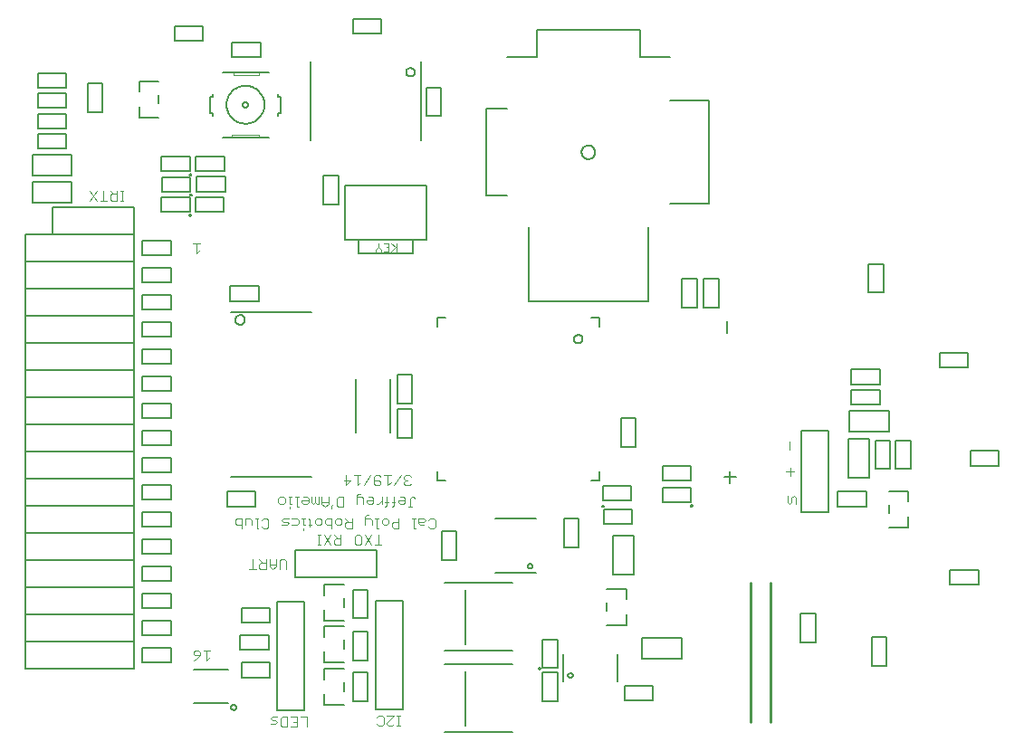
<source format=gto>
G75*
%MOIN*%
%OFA0B0*%
%FSLAX24Y24*%
%IPPOS*%
%LPD*%
%AMOC8*
5,1,8,0,0,1.08239X$1,22.5*
%
%ADD10C,0.0030*%
%ADD11C,0.0060*%
%ADD12C,0.0040*%
%ADD13C,0.0100*%
%ADD14C,0.0050*%
%ADD15C,0.0080*%
%ADD16C,0.0020*%
D10*
X007145Y004026D02*
X007268Y004088D01*
X007392Y004211D01*
X007207Y004211D01*
X007145Y004273D01*
X007145Y004335D01*
X007207Y004397D01*
X007330Y004397D01*
X007392Y004335D01*
X007392Y004211D01*
X007513Y004397D02*
X007760Y004397D01*
X007637Y004397D02*
X007637Y004026D01*
X007760Y004150D01*
X009983Y001885D02*
X010045Y001823D01*
X010168Y001823D01*
X010230Y001761D01*
X010168Y001700D01*
X009983Y001700D01*
X009983Y001885D02*
X010045Y001947D01*
X010230Y001947D01*
X010351Y001885D02*
X010351Y001638D01*
X010413Y001576D01*
X010598Y001576D01*
X010598Y001947D01*
X010413Y001947D01*
X010351Y001885D01*
X010720Y001947D02*
X010967Y001947D01*
X010967Y001576D01*
X010720Y001576D01*
X010843Y001761D02*
X010967Y001761D01*
X011088Y001947D02*
X011335Y001947D01*
X011335Y001576D01*
X013899Y001676D02*
X013961Y001614D01*
X014084Y001614D01*
X014146Y001676D01*
X014146Y001922D01*
X014084Y001984D01*
X013961Y001984D01*
X013899Y001922D01*
X014268Y001984D02*
X014514Y001984D01*
X014268Y001737D01*
X014268Y001676D01*
X014329Y001614D01*
X014453Y001614D01*
X014514Y001676D01*
X014637Y001614D02*
X014760Y001614D01*
X014698Y001614D02*
X014698Y001984D01*
X014637Y001984D02*
X014760Y001984D01*
X010560Y007376D02*
X010560Y007685D01*
X010498Y007747D01*
X010375Y007747D01*
X010313Y007685D01*
X010313Y007376D01*
X010192Y007500D02*
X010192Y007747D01*
X010192Y007561D02*
X009945Y007561D01*
X009945Y007500D02*
X009945Y007747D01*
X009823Y007747D02*
X009823Y007376D01*
X009638Y007376D01*
X009576Y007438D01*
X009576Y007561D01*
X009638Y007623D01*
X009823Y007623D01*
X009700Y007623D02*
X009576Y007747D01*
X009332Y007747D02*
X009332Y007376D01*
X009455Y007376D02*
X009208Y007376D01*
X009945Y007500D02*
X010068Y007376D01*
X010192Y007500D01*
X009847Y008889D02*
X009909Y008951D01*
X009909Y009197D01*
X009847Y009259D01*
X009724Y009259D01*
X009662Y009197D01*
X009541Y009259D02*
X009417Y009259D01*
X009479Y009259D02*
X009479Y008889D01*
X009541Y008889D01*
X009662Y008951D02*
X009724Y008889D01*
X009847Y008889D01*
X009295Y009012D02*
X009295Y009197D01*
X009233Y009259D01*
X009048Y009259D01*
X009048Y009012D01*
X008927Y009012D02*
X008742Y009012D01*
X008680Y009074D01*
X008680Y009197D01*
X008742Y009259D01*
X008927Y009259D01*
X008927Y008889D01*
X010275Y009861D02*
X010337Y009800D01*
X010460Y009800D01*
X010522Y009861D01*
X010522Y009985D01*
X010460Y010047D01*
X010337Y010047D01*
X010275Y009985D01*
X010275Y009861D01*
X010644Y010047D02*
X010767Y010047D01*
X010706Y010047D02*
X010706Y009800D01*
X010767Y009800D01*
X010706Y009676D02*
X010706Y009615D01*
X010951Y009676D02*
X010951Y010047D01*
X010890Y010047D02*
X011013Y010047D01*
X011134Y009923D02*
X011381Y009923D01*
X011381Y009861D02*
X011320Y009800D01*
X011196Y009800D01*
X011134Y009861D01*
X011134Y009923D01*
X011196Y010047D02*
X011320Y010047D01*
X011381Y009985D01*
X011381Y009861D01*
X011503Y009861D02*
X011503Y010047D01*
X011626Y010047D02*
X011626Y009861D01*
X011564Y009800D01*
X011503Y009861D01*
X011626Y009861D02*
X011688Y009800D01*
X011750Y009800D01*
X011750Y010047D01*
X011871Y010047D02*
X011871Y009800D01*
X011995Y009676D01*
X012118Y009800D01*
X012118Y010047D01*
X012118Y009861D02*
X011871Y009861D01*
X012240Y009738D02*
X012302Y009800D01*
X012240Y009738D02*
X012240Y009615D01*
X012424Y009738D02*
X012424Y009985D01*
X012485Y010047D01*
X012670Y010047D01*
X012670Y009676D01*
X012485Y009676D01*
X012424Y009738D01*
X012425Y009259D02*
X012363Y009197D01*
X012363Y009074D01*
X012425Y009012D01*
X012548Y009012D01*
X012610Y009074D01*
X012610Y009197D01*
X012548Y009259D01*
X012425Y009259D01*
X012242Y009259D02*
X012242Y008889D01*
X012242Y009012D02*
X012056Y009012D01*
X011995Y009074D01*
X011995Y009197D01*
X012056Y009259D01*
X012242Y009259D01*
X011873Y009197D02*
X011812Y009259D01*
X011688Y009259D01*
X011626Y009197D01*
X011626Y009074D01*
X011688Y009012D01*
X011812Y009012D01*
X011873Y009074D01*
X011873Y009197D01*
X011505Y009012D02*
X011382Y009012D01*
X011443Y008951D02*
X011443Y009197D01*
X011382Y009259D01*
X011259Y009259D02*
X011136Y009259D01*
X011198Y009259D02*
X011198Y009012D01*
X011259Y009012D01*
X011198Y008889D02*
X011198Y008827D01*
X010952Y009012D02*
X011014Y009074D01*
X011014Y009197D01*
X010952Y009259D01*
X010767Y009259D01*
X010646Y009259D02*
X010460Y009259D01*
X010399Y009197D01*
X010460Y009136D01*
X010584Y009136D01*
X010646Y009074D01*
X010584Y009012D01*
X010399Y009012D01*
X010767Y009012D02*
X010952Y009012D01*
X010951Y009676D02*
X011013Y009676D01*
X011712Y008647D02*
X011836Y008647D01*
X011774Y008647D02*
X011774Y008276D01*
X011836Y008276D02*
X011712Y008276D01*
X011957Y008276D02*
X012204Y008647D01*
X012326Y008647D02*
X012449Y008523D01*
X012387Y008523D02*
X012573Y008523D01*
X012573Y008647D02*
X012573Y008276D01*
X012387Y008276D01*
X012326Y008338D01*
X012326Y008461D01*
X012387Y008523D01*
X012204Y008276D02*
X011957Y008647D01*
X012731Y008951D02*
X012793Y008889D01*
X012978Y008889D01*
X012978Y009259D01*
X012978Y009136D02*
X012793Y009136D01*
X012731Y009074D01*
X012731Y008951D01*
X012855Y009136D02*
X012731Y009259D01*
X013468Y009259D02*
X013653Y009259D01*
X013715Y009197D01*
X013715Y009012D01*
X013899Y008889D02*
X013899Y009259D01*
X013960Y009259D02*
X013837Y009259D01*
X014082Y009197D02*
X014082Y009074D01*
X014144Y009012D01*
X014267Y009012D01*
X014329Y009074D01*
X014329Y009197D01*
X014267Y009259D01*
X014144Y009259D01*
X014082Y009197D01*
X013960Y008889D02*
X013899Y008889D01*
X013949Y008647D02*
X013949Y008276D01*
X013826Y008276D02*
X014073Y008276D01*
X013704Y008276D02*
X013457Y008647D01*
X013336Y008585D02*
X013274Y008647D01*
X013151Y008647D01*
X013089Y008585D01*
X013089Y008338D01*
X013151Y008276D01*
X013274Y008276D01*
X013336Y008338D01*
X013336Y008585D01*
X013457Y008276D02*
X013704Y008647D01*
X013468Y009012D02*
X013468Y009321D01*
X013530Y009383D01*
X013591Y009383D01*
X013590Y009800D02*
X013528Y009861D01*
X013528Y009923D01*
X013775Y009923D01*
X013775Y009861D02*
X013714Y009800D01*
X013590Y009800D01*
X013407Y009800D02*
X013407Y009985D01*
X013345Y010047D01*
X013160Y010047D01*
X013160Y010108D02*
X013222Y010170D01*
X013284Y010170D01*
X013160Y010108D02*
X013160Y009800D01*
X013590Y010047D02*
X013714Y010047D01*
X013775Y009985D01*
X013775Y009861D01*
X013897Y009800D02*
X013959Y009800D01*
X014082Y009923D01*
X014082Y009800D02*
X014082Y010047D01*
X014266Y010047D02*
X014266Y009738D01*
X014204Y009676D01*
X014204Y009861D02*
X014328Y009861D01*
X014450Y009861D02*
X014573Y009861D01*
X014695Y009861D02*
X014695Y009923D01*
X014942Y009923D01*
X014942Y009861D02*
X014880Y009800D01*
X014757Y009800D01*
X014695Y009861D01*
X014757Y010047D02*
X014880Y010047D01*
X014942Y009985D01*
X014942Y009861D01*
X015063Y009676D02*
X015187Y009676D01*
X015125Y009676D02*
X015125Y009985D01*
X015187Y010047D01*
X015248Y010047D01*
X015310Y009985D01*
X015086Y010476D02*
X014962Y010476D01*
X014901Y010538D01*
X014901Y010600D01*
X014962Y010661D01*
X014901Y010723D01*
X014901Y010785D01*
X014962Y010847D01*
X015086Y010847D01*
X015148Y010785D01*
X015024Y010661D02*
X014962Y010661D01*
X015148Y010538D02*
X015086Y010476D01*
X014779Y010847D02*
X014532Y010476D01*
X014411Y010600D02*
X014287Y010476D01*
X014287Y010847D01*
X014164Y010847D02*
X014411Y010847D01*
X014043Y010785D02*
X013981Y010847D01*
X013857Y010847D01*
X013796Y010785D01*
X013796Y010538D01*
X013857Y010476D01*
X013981Y010476D01*
X014043Y010538D01*
X014043Y010600D01*
X013981Y010661D01*
X013796Y010661D01*
X013674Y010847D02*
X013427Y010476D01*
X013306Y010600D02*
X013182Y010476D01*
X013182Y010847D01*
X013059Y010847D02*
X013306Y010847D01*
X012938Y010661D02*
X012752Y010476D01*
X012752Y010847D01*
X012691Y010661D02*
X012938Y010661D01*
X014512Y010047D02*
X014512Y009738D01*
X014450Y009676D01*
X014697Y009259D02*
X014697Y008889D01*
X014512Y008889D01*
X014450Y008951D01*
X014450Y009074D01*
X014512Y009136D01*
X014697Y009136D01*
X015187Y009259D02*
X015311Y009259D01*
X015249Y009259D02*
X015249Y008889D01*
X015311Y008889D01*
X015494Y009012D02*
X015432Y009074D01*
X015432Y009259D01*
X015617Y009259D01*
X015679Y009197D01*
X015617Y009136D01*
X015432Y009136D01*
X015494Y009012D02*
X015617Y009012D01*
X015801Y008951D02*
X015862Y008889D01*
X015986Y008889D01*
X016048Y008951D01*
X016048Y009197D01*
X015986Y009259D01*
X015862Y009259D01*
X015801Y009197D01*
X014635Y019106D02*
X014635Y019397D01*
X014635Y019300D02*
X014442Y019106D01*
X014340Y019106D02*
X014340Y019397D01*
X014147Y019397D01*
X014244Y019252D02*
X014340Y019252D01*
X014340Y019106D02*
X014147Y019106D01*
X014046Y019106D02*
X014046Y019155D01*
X013949Y019252D01*
X013949Y019397D01*
X013949Y019252D02*
X013852Y019155D01*
X013852Y019106D01*
X014442Y019397D02*
X014587Y019252D01*
X007385Y019150D02*
X007262Y019026D01*
X007262Y019397D01*
X007385Y019397D02*
X007138Y019397D01*
X004573Y020964D02*
X004449Y020964D01*
X004511Y020964D02*
X004511Y021334D01*
X004573Y021334D02*
X004449Y021334D01*
X004327Y021334D02*
X004327Y020964D01*
X004142Y020964D01*
X004080Y021026D01*
X004080Y021149D01*
X004142Y021211D01*
X004327Y021211D01*
X004204Y021211D02*
X004080Y021334D01*
X003835Y021334D02*
X003835Y020964D01*
X003712Y020964D02*
X003959Y020964D01*
X003590Y020964D02*
X003343Y021334D01*
X003590Y021334D02*
X003343Y020964D01*
D11*
X007763Y024199D02*
X007763Y024799D01*
X007863Y024799D01*
X007863Y024899D01*
X007863Y024199D02*
X007863Y024099D01*
X007863Y024199D02*
X007763Y024199D01*
X008213Y023299D02*
X008563Y023299D01*
X009563Y023299D01*
X009913Y023299D01*
X010263Y024099D02*
X010263Y024199D01*
X010363Y024199D01*
X010363Y024799D01*
X010263Y024799D01*
X010263Y024899D01*
X009913Y025699D02*
X009563Y025699D01*
X008613Y025699D01*
X008213Y025699D01*
X008963Y024499D02*
X008965Y024519D01*
X008971Y024537D01*
X008980Y024555D01*
X008992Y024570D01*
X009007Y024582D01*
X009025Y024591D01*
X009043Y024597D01*
X009063Y024599D01*
X009083Y024597D01*
X009101Y024591D01*
X009119Y024582D01*
X009134Y024570D01*
X009146Y024555D01*
X009155Y024537D01*
X009161Y024519D01*
X009163Y024499D01*
X009161Y024479D01*
X009155Y024461D01*
X009146Y024443D01*
X009134Y024428D01*
X009119Y024416D01*
X009101Y024407D01*
X009083Y024401D01*
X009063Y024399D01*
X009043Y024401D01*
X009025Y024407D01*
X009007Y024416D01*
X008992Y024428D01*
X008980Y024443D01*
X008971Y024461D01*
X008965Y024479D01*
X008963Y024499D01*
X008363Y024499D02*
X008365Y024551D01*
X008371Y024603D01*
X008381Y024655D01*
X008394Y024705D01*
X008411Y024755D01*
X008432Y024803D01*
X008457Y024849D01*
X008485Y024893D01*
X008516Y024935D01*
X008550Y024975D01*
X008587Y025012D01*
X008627Y025046D01*
X008669Y025077D01*
X008713Y025105D01*
X008759Y025130D01*
X008807Y025151D01*
X008857Y025168D01*
X008907Y025181D01*
X008959Y025191D01*
X009011Y025197D01*
X009063Y025199D01*
X009115Y025197D01*
X009167Y025191D01*
X009219Y025181D01*
X009269Y025168D01*
X009319Y025151D01*
X009367Y025130D01*
X009413Y025105D01*
X009457Y025077D01*
X009499Y025046D01*
X009539Y025012D01*
X009576Y024975D01*
X009610Y024935D01*
X009641Y024893D01*
X009669Y024849D01*
X009694Y024803D01*
X009715Y024755D01*
X009732Y024705D01*
X009745Y024655D01*
X009755Y024603D01*
X009761Y024551D01*
X009763Y024499D01*
X009761Y024447D01*
X009755Y024395D01*
X009745Y024343D01*
X009732Y024293D01*
X009715Y024243D01*
X009694Y024195D01*
X009669Y024149D01*
X009641Y024105D01*
X009610Y024063D01*
X009576Y024023D01*
X009539Y023986D01*
X009499Y023952D01*
X009457Y023921D01*
X009413Y023893D01*
X009367Y023868D01*
X009319Y023847D01*
X009269Y023830D01*
X009219Y023817D01*
X009167Y023807D01*
X009115Y023801D01*
X009063Y023799D01*
X009011Y023801D01*
X008959Y023807D01*
X008907Y023817D01*
X008857Y023830D01*
X008807Y023847D01*
X008759Y023868D01*
X008713Y023893D01*
X008669Y023921D01*
X008627Y023952D01*
X008587Y023986D01*
X008550Y024023D01*
X008516Y024063D01*
X008485Y024105D01*
X008457Y024149D01*
X008432Y024195D01*
X008411Y024243D01*
X008394Y024293D01*
X008381Y024343D01*
X008371Y024395D01*
X008365Y024447D01*
X008363Y024499D01*
X026800Y016531D02*
X026800Y016104D01*
X026899Y010988D02*
X026899Y010561D01*
X026685Y010774D02*
X027112Y010774D01*
D12*
X028970Y010974D02*
X029277Y010974D01*
X029123Y011128D02*
X029123Y010821D01*
X029023Y010091D02*
X029023Y009860D01*
X029100Y009784D01*
X029177Y009860D01*
X029177Y010014D01*
X029253Y010091D01*
X029330Y010014D01*
X029330Y009784D01*
X029100Y011784D02*
X029100Y012091D01*
D13*
X028400Y006880D02*
X028400Y001762D01*
X027650Y001762D02*
X027650Y006880D01*
D14*
X004950Y003724D02*
X000950Y003724D01*
X000950Y004724D01*
X004950Y004724D01*
X004950Y003724D01*
X005275Y003954D02*
X005275Y004494D01*
X006325Y004494D01*
X006325Y003954D01*
X005275Y003954D01*
X004950Y004724D02*
X000950Y004724D01*
X000950Y005724D01*
X004950Y005724D01*
X004950Y004724D01*
X005275Y004954D02*
X005275Y005494D01*
X006325Y005494D01*
X006325Y004954D01*
X005275Y004954D01*
X004950Y005724D02*
X000950Y005724D01*
X000950Y006724D01*
X004950Y006724D01*
X004950Y005724D01*
X005275Y005954D02*
X005275Y006494D01*
X006325Y006494D01*
X006325Y005954D01*
X005275Y005954D01*
X004950Y006724D02*
X000950Y006724D01*
X000950Y007724D01*
X004950Y007724D01*
X004950Y006724D01*
X005275Y006954D02*
X005275Y007494D01*
X006325Y007494D01*
X006325Y006954D01*
X005275Y006954D01*
X004950Y007724D02*
X000950Y007724D01*
X000950Y008724D01*
X004950Y008724D01*
X004950Y007724D01*
X005275Y007954D02*
X005275Y008494D01*
X006325Y008494D01*
X006325Y007954D01*
X005275Y007954D01*
X004950Y008724D02*
X000950Y008724D01*
X000950Y009724D01*
X004950Y009724D01*
X004950Y008724D01*
X005275Y008954D02*
X005275Y009494D01*
X006325Y009494D01*
X006325Y008954D01*
X005275Y008954D01*
X004950Y009724D02*
X000950Y009724D01*
X000950Y010724D01*
X004950Y010724D01*
X004950Y009724D01*
X005275Y009954D02*
X005275Y010494D01*
X006325Y010494D01*
X006325Y009954D01*
X005275Y009954D01*
X004950Y010724D02*
X000950Y010724D01*
X000950Y011724D01*
X004950Y011724D01*
X004950Y010724D01*
X005275Y010954D02*
X005275Y011494D01*
X006325Y011494D01*
X006325Y010954D01*
X005275Y010954D01*
X004950Y011724D02*
X000950Y011724D01*
X000950Y012724D01*
X004950Y012724D01*
X004950Y011724D01*
X005275Y011954D02*
X005275Y012494D01*
X006325Y012494D01*
X006325Y011954D01*
X005275Y011954D01*
X004950Y012724D02*
X000950Y012724D01*
X000950Y013724D01*
X004950Y013724D01*
X004950Y012724D01*
X005275Y012954D02*
X005275Y013494D01*
X006325Y013494D01*
X006325Y012954D01*
X005275Y012954D01*
X004950Y013724D02*
X000950Y013724D01*
X000950Y014724D01*
X004950Y014724D01*
X004950Y013724D01*
X005275Y013954D02*
X005275Y014494D01*
X006325Y014494D01*
X006325Y013954D01*
X005275Y013954D01*
X004950Y014724D02*
X000950Y014724D01*
X000950Y015724D01*
X004950Y015724D01*
X004950Y014724D01*
X005275Y014954D02*
X005275Y015494D01*
X006325Y015494D01*
X006325Y014954D01*
X005275Y014954D01*
X004950Y015724D02*
X000950Y015724D01*
X000950Y016724D01*
X004950Y016724D01*
X004950Y015724D01*
X005275Y015954D02*
X005275Y016494D01*
X006325Y016494D01*
X006325Y015954D01*
X005275Y015954D01*
X004950Y016724D02*
X000950Y016724D01*
X000950Y017724D01*
X004950Y017724D01*
X004950Y016724D01*
X005275Y016954D02*
X005275Y017494D01*
X006325Y017494D01*
X006325Y016954D01*
X005275Y016954D01*
X004950Y017724D02*
X000950Y017724D01*
X000950Y018724D01*
X004950Y018724D01*
X004950Y017724D01*
X005275Y017954D02*
X005275Y018494D01*
X006325Y018494D01*
X006325Y017954D01*
X005275Y017954D01*
X004950Y018724D02*
X000950Y018724D01*
X000950Y019724D01*
X004950Y019724D01*
X004950Y018724D01*
X005275Y018954D02*
X005275Y019494D01*
X006325Y019494D01*
X006325Y018954D01*
X005275Y018954D01*
X004950Y019724D02*
X004950Y020724D01*
X001950Y020724D01*
X001950Y019724D01*
X004950Y019724D01*
X005963Y020542D02*
X005963Y021082D01*
X007013Y021082D01*
X007013Y020542D01*
X005963Y020542D01*
X005988Y021292D02*
X005988Y021832D01*
X007038Y021832D01*
X007038Y021292D01*
X005988Y021292D01*
X005975Y022042D02*
X005975Y022582D01*
X007025Y022582D01*
X007025Y022042D01*
X005975Y022042D01*
X007009Y021930D02*
X007011Y021940D01*
X007016Y021949D01*
X007024Y021956D01*
X007034Y021960D01*
X007044Y021960D01*
X007054Y021956D01*
X007062Y021949D01*
X007067Y021940D01*
X007069Y021930D01*
X007067Y021920D01*
X007062Y021911D01*
X007054Y021904D01*
X007044Y021900D01*
X007034Y021900D01*
X007024Y021904D01*
X007016Y021911D01*
X007011Y021920D01*
X007009Y021930D01*
X007238Y022054D02*
X007238Y022594D01*
X008288Y022594D01*
X008288Y022054D01*
X007238Y022054D01*
X007263Y021844D02*
X007263Y021304D01*
X008313Y021304D01*
X008313Y021844D01*
X007263Y021844D01*
X007022Y021180D02*
X007024Y021190D01*
X007029Y021199D01*
X007037Y021206D01*
X007047Y021210D01*
X007057Y021210D01*
X007067Y021206D01*
X007075Y021199D01*
X007080Y021190D01*
X007082Y021180D01*
X007080Y021170D01*
X007075Y021161D01*
X007067Y021154D01*
X007057Y021150D01*
X007047Y021150D01*
X007037Y021154D01*
X007029Y021161D01*
X007024Y021170D01*
X007022Y021180D01*
X007213Y021094D02*
X007213Y020554D01*
X008263Y020554D01*
X008263Y021094D01*
X007213Y021094D01*
X006997Y020430D02*
X006999Y020440D01*
X007004Y020449D01*
X007012Y020456D01*
X007022Y020460D01*
X007032Y020460D01*
X007042Y020456D01*
X007050Y020449D01*
X007055Y020440D01*
X007057Y020430D01*
X007055Y020420D01*
X007050Y020411D01*
X007042Y020404D01*
X007032Y020400D01*
X007022Y020400D01*
X007012Y020404D01*
X007004Y020411D01*
X006999Y020420D01*
X006997Y020430D01*
X008500Y017807D02*
X009550Y017807D01*
X009550Y017267D01*
X008500Y017267D01*
X008500Y017807D01*
X008536Y016856D02*
X011489Y016856D01*
X008683Y016574D02*
X008685Y016600D01*
X008691Y016626D01*
X008700Y016650D01*
X008713Y016673D01*
X008729Y016694D01*
X008748Y016712D01*
X008769Y016728D01*
X008793Y016740D01*
X008817Y016748D01*
X008843Y016753D01*
X008870Y016754D01*
X008896Y016751D01*
X008921Y016744D01*
X008945Y016734D01*
X008968Y016720D01*
X008988Y016704D01*
X009005Y016684D01*
X009020Y016662D01*
X009031Y016638D01*
X009039Y016613D01*
X009043Y016587D01*
X009043Y016561D01*
X009039Y016535D01*
X009031Y016510D01*
X009020Y016486D01*
X009005Y016464D01*
X008988Y016444D01*
X008968Y016428D01*
X008945Y016414D01*
X008921Y016404D01*
X008896Y016397D01*
X008870Y016394D01*
X008843Y016395D01*
X008817Y016400D01*
X008793Y016408D01*
X008769Y016420D01*
X008748Y016436D01*
X008729Y016454D01*
X008713Y016475D01*
X008700Y016498D01*
X008691Y016522D01*
X008685Y016548D01*
X008683Y016574D01*
X012713Y019537D02*
X012713Y021537D01*
X015713Y021537D01*
X015713Y019537D01*
X015213Y019537D01*
X015213Y019037D01*
X013213Y019037D01*
X013213Y019537D01*
X012713Y019537D01*
X013213Y019537D02*
X015213Y019537D01*
X012483Y020824D02*
X011943Y020824D01*
X011943Y021874D01*
X012483Y021874D01*
X012483Y020824D01*
X015730Y024087D02*
X015730Y025137D01*
X016270Y025137D01*
X016270Y024087D01*
X015730Y024087D01*
X014980Y025699D02*
X014982Y025724D01*
X014988Y025748D01*
X014997Y025771D01*
X015010Y025792D01*
X015026Y025811D01*
X015045Y025827D01*
X015066Y025840D01*
X015089Y025849D01*
X015113Y025855D01*
X015138Y025857D01*
X015163Y025855D01*
X015187Y025849D01*
X015210Y025840D01*
X015231Y025827D01*
X015250Y025811D01*
X015266Y025792D01*
X015279Y025771D01*
X015288Y025748D01*
X015294Y025724D01*
X015296Y025699D01*
X015294Y025674D01*
X015288Y025650D01*
X015279Y025627D01*
X015266Y025606D01*
X015250Y025587D01*
X015231Y025571D01*
X015210Y025558D01*
X015187Y025549D01*
X015163Y025543D01*
X015138Y025541D01*
X015113Y025543D01*
X015089Y025549D01*
X015066Y025558D01*
X015045Y025571D01*
X015026Y025587D01*
X015010Y025606D01*
X014997Y025627D01*
X014988Y025650D01*
X014982Y025674D01*
X014980Y025699D01*
X014075Y027129D02*
X014075Y027669D01*
X013025Y027669D01*
X013025Y027129D01*
X014075Y027129D01*
X009613Y026794D02*
X009613Y026254D01*
X008563Y026254D01*
X008563Y026794D01*
X009613Y026794D01*
X007500Y026854D02*
X007500Y027394D01*
X006450Y027394D01*
X006450Y026854D01*
X007500Y026854D01*
X005867Y025368D02*
X005158Y025368D01*
X005158Y024975D01*
X005867Y024857D02*
X005867Y024542D01*
X005158Y024424D02*
X005158Y024030D01*
X005867Y024030D01*
X003808Y024224D02*
X003268Y024224D01*
X003268Y025274D01*
X003808Y025274D01*
X003808Y024224D01*
X002475Y024169D02*
X002475Y023629D01*
X001425Y023629D01*
X001425Y024169D01*
X002475Y024169D01*
X002475Y024379D02*
X002475Y024919D01*
X001425Y024919D01*
X001425Y024379D01*
X002475Y024379D01*
X002475Y025129D02*
X002475Y025669D01*
X001425Y025669D01*
X001425Y025129D01*
X002475Y025129D01*
X002475Y023419D02*
X001425Y023419D01*
X001425Y022879D01*
X002475Y022879D01*
X002475Y023419D01*
X002674Y022656D02*
X002674Y021892D01*
X001226Y021892D01*
X001226Y022656D01*
X002674Y022656D01*
X002674Y021656D02*
X001226Y021656D01*
X001226Y020892D01*
X002674Y020892D01*
X002674Y021656D01*
X013120Y014383D02*
X013120Y012415D01*
X014380Y012415D02*
X014380Y014383D01*
X014668Y014549D02*
X015208Y014549D01*
X015208Y013499D01*
X014668Y013499D01*
X014668Y014549D01*
X014655Y013274D02*
X015195Y013274D01*
X015195Y012224D01*
X014655Y012224D01*
X014655Y013274D01*
X016120Y010984D02*
X016120Y010670D01*
X016435Y010670D01*
X018275Y009249D02*
X019775Y009249D01*
X020780Y009249D02*
X020780Y008199D01*
X021320Y008199D01*
X021320Y009249D01*
X020780Y009249D01*
X022250Y009054D02*
X022250Y009594D01*
X023300Y009594D01*
X023300Y009054D01*
X022250Y009054D01*
X022593Y008624D02*
X023357Y008624D01*
X023357Y007175D01*
X022593Y007175D01*
X022593Y008624D01*
X022206Y009706D02*
X022208Y009716D01*
X022213Y009725D01*
X022221Y009732D01*
X022231Y009736D01*
X022241Y009736D01*
X022251Y009732D01*
X022259Y009725D01*
X022264Y009716D01*
X022266Y009706D01*
X022264Y009696D01*
X022259Y009687D01*
X022251Y009680D01*
X022241Y009676D01*
X022231Y009676D01*
X022221Y009680D01*
X022213Y009687D01*
X022208Y009696D01*
X022206Y009706D01*
X022225Y009929D02*
X022225Y010469D01*
X023275Y010469D01*
X023275Y009929D01*
X022225Y009929D01*
X022105Y010670D02*
X021790Y010670D01*
X022105Y010670D02*
X022105Y010984D01*
X022893Y011899D02*
X023433Y011899D01*
X023433Y012949D01*
X022893Y012949D01*
X022893Y011899D01*
X024425Y011182D02*
X024425Y010642D01*
X025475Y010642D01*
X025475Y011182D01*
X024425Y011182D01*
X024425Y010382D02*
X025475Y010382D01*
X025475Y009842D01*
X024425Y009842D01*
X024425Y010382D01*
X025459Y009730D02*
X025461Y009740D01*
X025466Y009749D01*
X025474Y009756D01*
X025484Y009760D01*
X025494Y009760D01*
X025504Y009756D01*
X025512Y009749D01*
X025517Y009740D01*
X025519Y009730D01*
X025517Y009720D01*
X025512Y009711D01*
X025504Y009704D01*
X025494Y009700D01*
X025484Y009700D01*
X025474Y009704D01*
X025466Y009711D01*
X025461Y009720D01*
X025459Y009730D01*
X023079Y006668D02*
X022371Y006668D01*
X022371Y006157D02*
X022371Y005842D01*
X022371Y005330D02*
X023079Y005330D01*
X023079Y005724D01*
X023079Y006275D02*
X023079Y006668D01*
X023676Y004856D02*
X025124Y004856D01*
X025124Y004092D01*
X023676Y004092D01*
X023676Y004856D01*
X022775Y004249D02*
X022775Y003249D01*
X023025Y003094D02*
X023025Y002554D01*
X024075Y002554D01*
X024075Y003094D01*
X023025Y003094D01*
X020939Y003474D02*
X020941Y003492D01*
X020947Y003510D01*
X020956Y003526D01*
X020968Y003539D01*
X020983Y003550D01*
X021000Y003558D01*
X021018Y003562D01*
X021036Y003562D01*
X021054Y003558D01*
X021071Y003550D01*
X021086Y003539D01*
X021098Y003526D01*
X021107Y003510D01*
X021113Y003492D01*
X021115Y003474D01*
X021113Y003456D01*
X021107Y003438D01*
X021098Y003422D01*
X021086Y003409D01*
X021071Y003398D01*
X021054Y003390D01*
X021036Y003386D01*
X021018Y003386D01*
X021000Y003390D01*
X020983Y003398D01*
X020968Y003409D01*
X020956Y003422D01*
X020947Y003438D01*
X020941Y003456D01*
X020939Y003474D01*
X020775Y003249D02*
X020775Y004249D01*
X020545Y003749D02*
X020005Y003749D01*
X020005Y004799D01*
X020545Y004799D01*
X020545Y003749D01*
X020545Y003574D02*
X020005Y003574D01*
X020005Y002524D01*
X020545Y002524D01*
X020545Y003574D01*
X019863Y003735D02*
X019865Y003745D01*
X019870Y003754D01*
X019878Y003761D01*
X019888Y003765D01*
X019898Y003765D01*
X019908Y003761D01*
X019916Y003754D01*
X019921Y003745D01*
X019923Y003735D01*
X019921Y003725D01*
X019916Y003716D01*
X019908Y003709D01*
X019898Y003705D01*
X019888Y003705D01*
X019878Y003709D01*
X019870Y003716D01*
X019865Y003725D01*
X019863Y003735D01*
X018900Y003874D02*
X016400Y003874D01*
X016400Y004374D02*
X018900Y004374D01*
X017150Y004624D02*
X017150Y006624D01*
X016400Y006874D02*
X018900Y006874D01*
X018275Y007249D02*
X019775Y007249D01*
X019449Y007501D02*
X019451Y007519D01*
X019457Y007537D01*
X019466Y007553D01*
X019478Y007566D01*
X019493Y007577D01*
X019510Y007585D01*
X019528Y007589D01*
X019546Y007589D01*
X019564Y007585D01*
X019581Y007577D01*
X019596Y007566D01*
X019608Y007553D01*
X019617Y007537D01*
X019623Y007519D01*
X019625Y007501D01*
X019623Y007483D01*
X019617Y007465D01*
X019608Y007449D01*
X019596Y007436D01*
X019581Y007425D01*
X019564Y007417D01*
X019546Y007413D01*
X019528Y007413D01*
X019510Y007417D01*
X019493Y007425D01*
X019478Y007436D01*
X019466Y007449D01*
X019457Y007465D01*
X019451Y007483D01*
X019449Y007501D01*
X016820Y007724D02*
X016280Y007724D01*
X016280Y008774D01*
X016820Y008774D01*
X016820Y007724D01*
X014850Y006224D02*
X014850Y002224D01*
X013850Y002224D01*
X013850Y006224D01*
X014850Y006224D01*
X013900Y007099D02*
X010900Y007099D01*
X010900Y008099D01*
X013900Y008099D01*
X013900Y007099D01*
X013570Y006637D02*
X013030Y006637D01*
X013030Y005587D01*
X013570Y005587D01*
X013570Y006637D01*
X012679Y006818D02*
X011971Y006818D01*
X011971Y006425D01*
X011971Y005874D02*
X011971Y005480D01*
X012679Y005480D01*
X012679Y005293D02*
X011971Y005293D01*
X011971Y004900D01*
X011971Y004349D02*
X011971Y003955D01*
X012679Y003955D01*
X012679Y003718D02*
X011971Y003718D01*
X011971Y003325D01*
X011971Y002774D02*
X011971Y002380D01*
X012679Y002380D01*
X013030Y002524D02*
X013030Y003574D01*
X013570Y003574D01*
X013570Y002524D01*
X013030Y002524D01*
X012679Y002892D02*
X012679Y003207D01*
X013018Y004024D02*
X013018Y005074D01*
X013558Y005074D01*
X013558Y004024D01*
X013018Y004024D01*
X012679Y004467D02*
X012679Y004782D01*
X012679Y005992D02*
X012679Y006307D01*
X011225Y006199D02*
X010225Y006199D01*
X010225Y002199D01*
X011225Y002199D01*
X011225Y006199D01*
X009975Y005969D02*
X009975Y005429D01*
X008925Y005429D01*
X008925Y005969D01*
X009975Y005969D01*
X009925Y004969D02*
X008875Y004969D01*
X008875Y004429D01*
X009925Y004429D01*
X009925Y004969D01*
X009975Y003944D02*
X008925Y003944D01*
X008925Y003404D01*
X009975Y003404D01*
X009975Y003944D01*
X008430Y003684D02*
X007170Y003684D01*
X007170Y002464D02*
X008430Y002464D01*
X008533Y002299D02*
X008535Y002318D01*
X008540Y002337D01*
X008550Y002353D01*
X008562Y002368D01*
X008577Y002380D01*
X008593Y002390D01*
X008612Y002395D01*
X008631Y002397D01*
X008650Y002395D01*
X008669Y002390D01*
X008685Y002380D01*
X008700Y002368D01*
X008712Y002353D01*
X008722Y002337D01*
X008727Y002318D01*
X008729Y002299D01*
X008727Y002280D01*
X008722Y002261D01*
X008712Y002245D01*
X008700Y002230D01*
X008685Y002218D01*
X008669Y002208D01*
X008650Y002203D01*
X008631Y002201D01*
X008612Y002203D01*
X008593Y002208D01*
X008577Y002218D01*
X008562Y002230D01*
X008550Y002245D01*
X008540Y002261D01*
X008535Y002280D01*
X008533Y002299D01*
X016400Y001374D02*
X018900Y001374D01*
X017150Y001624D02*
X017150Y003624D01*
X009438Y009704D02*
X009438Y010244D01*
X008388Y010244D01*
X008388Y009704D01*
X009438Y009704D01*
X008536Y010793D02*
X011489Y010793D01*
X016120Y016339D02*
X016120Y016654D01*
X016435Y016654D01*
X021160Y015866D02*
X021162Y015891D01*
X021168Y015915D01*
X021177Y015937D01*
X021190Y015958D01*
X021206Y015977D01*
X021225Y015993D01*
X021246Y016006D01*
X021268Y016015D01*
X021292Y016021D01*
X021317Y016023D01*
X021342Y016021D01*
X021366Y016015D01*
X021388Y016006D01*
X021409Y015993D01*
X021428Y015977D01*
X021444Y015958D01*
X021457Y015937D01*
X021466Y015915D01*
X021472Y015891D01*
X021474Y015866D01*
X021472Y015841D01*
X021466Y015817D01*
X021457Y015795D01*
X021444Y015774D01*
X021428Y015755D01*
X021409Y015739D01*
X021388Y015726D01*
X021366Y015717D01*
X021342Y015711D01*
X021317Y015709D01*
X021292Y015711D01*
X021268Y015717D01*
X021246Y015726D01*
X021225Y015739D01*
X021206Y015755D01*
X021190Y015774D01*
X021177Y015795D01*
X021168Y015817D01*
X021162Y015841D01*
X021160Y015866D01*
X022105Y016339D02*
X022105Y016654D01*
X021790Y016654D01*
X025143Y017024D02*
X025143Y018074D01*
X025683Y018074D01*
X025683Y017024D01*
X025143Y017024D01*
X025943Y017024D02*
X026483Y017024D01*
X026483Y018074D01*
X025943Y018074D01*
X025943Y017024D01*
X029525Y012474D02*
X030525Y012474D01*
X030525Y009474D01*
X029525Y009474D01*
X029525Y012474D01*
X031268Y012199D02*
X032032Y012199D01*
X032032Y010750D01*
X031268Y010750D01*
X031268Y012199D01*
X031301Y012467D02*
X031301Y013231D01*
X032749Y013231D01*
X032749Y012467D01*
X031301Y012467D01*
X032255Y012124D02*
X032795Y012124D01*
X032795Y011074D01*
X032255Y011074D01*
X032255Y012124D01*
X033005Y012124D02*
X033545Y012124D01*
X033545Y011074D01*
X033005Y011074D01*
X033005Y012124D01*
X032425Y013454D02*
X031375Y013454D01*
X031375Y013994D01*
X032425Y013994D01*
X032425Y013454D01*
X032425Y014204D02*
X031375Y014204D01*
X031375Y014744D01*
X032425Y014744D01*
X032425Y014204D01*
X034625Y014829D02*
X034625Y015369D01*
X035675Y015369D01*
X035675Y014829D01*
X034625Y014829D01*
X035750Y011744D02*
X036800Y011744D01*
X036800Y011204D01*
X035750Y011204D01*
X035750Y011744D01*
X033454Y010268D02*
X033454Y009875D01*
X033454Y010268D02*
X032746Y010268D01*
X032746Y009757D02*
X032746Y009442D01*
X032746Y008930D02*
X033454Y008930D01*
X033454Y009324D01*
X031925Y009704D02*
X030875Y009704D01*
X030875Y010244D01*
X031925Y010244D01*
X031925Y009704D01*
X035000Y007369D02*
X036050Y007369D01*
X036050Y006829D01*
X035000Y006829D01*
X035000Y007369D01*
X032670Y004874D02*
X032130Y004874D01*
X032130Y003824D01*
X032670Y003824D01*
X032670Y004874D01*
X030045Y004699D02*
X029505Y004699D01*
X029505Y005749D01*
X030045Y005749D01*
X030045Y004699D01*
X032005Y017574D02*
X032005Y018624D01*
X032545Y018624D01*
X032545Y017574D01*
X032005Y017574D01*
D15*
X026138Y020849D02*
X026138Y024649D01*
X024688Y024649D01*
X024688Y026249D02*
X023588Y026249D01*
X023588Y027249D01*
X019788Y027249D01*
X019788Y026249D01*
X018688Y026249D01*
X018688Y024349D02*
X017938Y024349D01*
X017938Y021149D01*
X018688Y021149D01*
X019488Y019999D02*
X019488Y017249D01*
X023888Y017249D01*
X023888Y019999D01*
X024688Y020849D02*
X026138Y020849D01*
X021438Y022749D02*
X021440Y022780D01*
X021446Y022811D01*
X021456Y022841D01*
X021469Y022869D01*
X021486Y022896D01*
X021506Y022920D01*
X021529Y022942D01*
X021554Y022960D01*
X021582Y022975D01*
X021611Y022987D01*
X021641Y022995D01*
X021672Y022999D01*
X021704Y022999D01*
X021735Y022995D01*
X021765Y022987D01*
X021794Y022975D01*
X021822Y022960D01*
X021847Y022942D01*
X021870Y022920D01*
X021890Y022896D01*
X021907Y022869D01*
X021920Y022841D01*
X021930Y022811D01*
X021936Y022780D01*
X021938Y022749D01*
X021936Y022718D01*
X021930Y022687D01*
X021920Y022657D01*
X021907Y022629D01*
X021890Y022602D01*
X021870Y022578D01*
X021847Y022556D01*
X021822Y022538D01*
X021794Y022523D01*
X021765Y022511D01*
X021735Y022503D01*
X021704Y022499D01*
X021672Y022499D01*
X021641Y022503D01*
X021611Y022511D01*
X021582Y022523D01*
X021554Y022538D01*
X021529Y022556D01*
X021506Y022578D01*
X021486Y022602D01*
X021469Y022629D01*
X021456Y022657D01*
X021446Y022687D01*
X021440Y022718D01*
X021438Y022749D01*
X015511Y023192D02*
X015511Y025742D01*
X015511Y026106D01*
X011464Y026106D02*
X011464Y025742D01*
X011464Y023192D01*
D16*
X009563Y023299D02*
X009563Y023399D01*
X008563Y023399D01*
X008563Y023299D01*
X008613Y025599D02*
X008613Y025699D01*
X008613Y025599D02*
X009563Y025599D01*
X009563Y025699D01*
M02*

</source>
